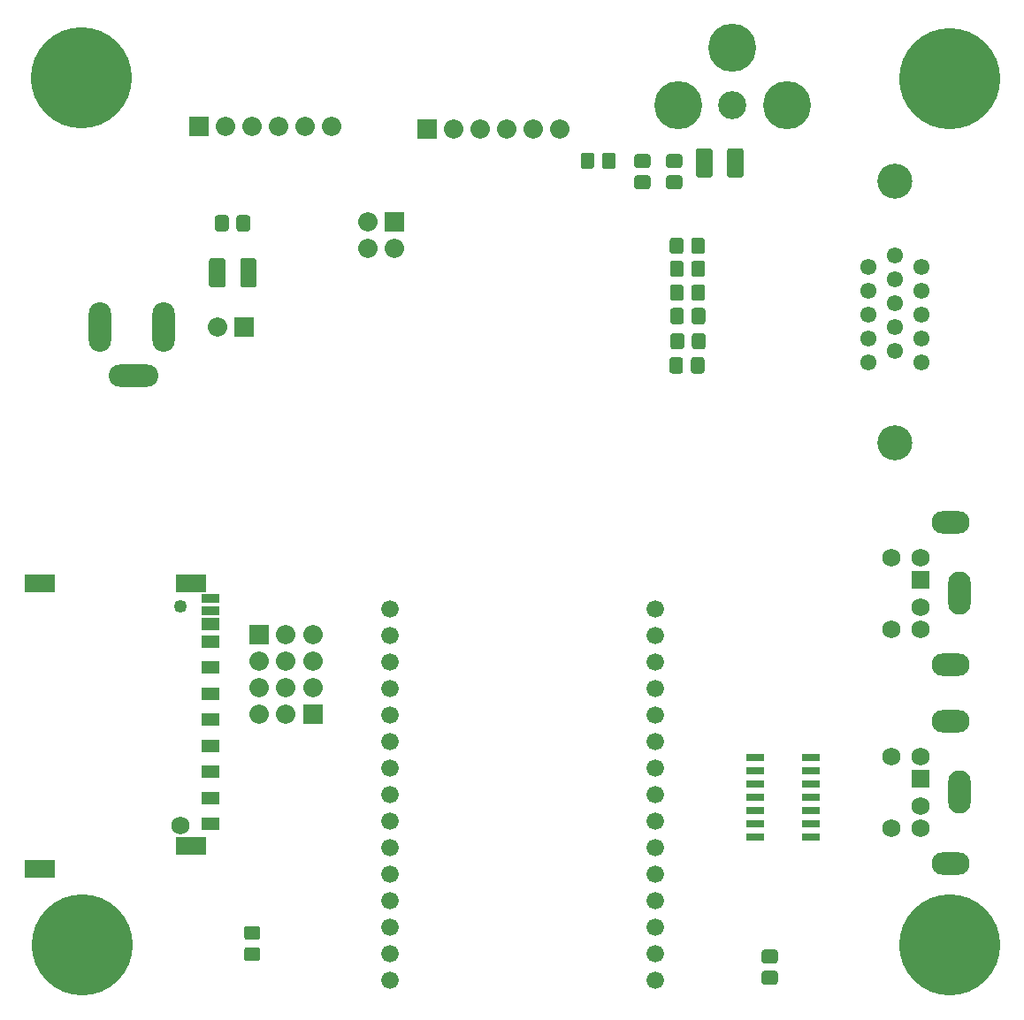
<source format=gbr>
G04 #@! TF.GenerationSoftware,KiCad,Pcbnew,(5.1.5)-3*
G04 #@! TF.CreationDate,2021-03-10T17:54:12-05:00*
G04 #@! TF.ProjectId,ESP32-VGA,45535033-322d-4564-9741-2e6b69636164,2*
G04 #@! TF.SameCoordinates,Original*
G04 #@! TF.FileFunction,Soldermask,Top*
G04 #@! TF.FilePolarity,Negative*
%FSLAX46Y46*%
G04 Gerber Fmt 4.6, Leading zero omitted, Abs format (unit mm)*
G04 Created by KiCad (PCBNEW (5.1.5)-3) date 2021-03-10 17:54:12*
%MOMM*%
%LPD*%
G04 APERTURE LIST*
%ADD10C,0.150000*%
%ADD11C,9.677400*%
%ADD12C,1.676400*%
%ADD13C,3.352400*%
%ADD14C,1.549400*%
%ADD15R,1.652400X0.752400*%
%ADD16O,3.652400X2.152400*%
%ADD17R,1.752400X1.752400*%
%ADD18C,1.752400*%
%ADD19O,2.152400X4.152400*%
%ADD20C,4.597400*%
%ADD21C,2.692400*%
%ADD22O,1.852400X1.852400*%
%ADD23R,1.852400X1.852400*%
%ADD24R,1.652400X0.852400*%
%ADD25R,1.652400X1.152400*%
%ADD26R,2.952400X1.652400*%
%ADD27C,1.252400*%
%ADD28O,2.152400X4.752400*%
%ADD29O,4.752400X2.152400*%
G04 APERTURE END LIST*
D10*
G36*
X66775022Y-23075763D02*
G01*
X66802506Y-23079840D01*
X66829458Y-23086591D01*
X66855619Y-23095952D01*
X66880737Y-23107832D01*
X66904569Y-23122116D01*
X66926886Y-23138668D01*
X66947473Y-23157327D01*
X66966132Y-23177914D01*
X66982684Y-23200231D01*
X66996968Y-23224063D01*
X67008848Y-23249181D01*
X67018209Y-23275342D01*
X67024960Y-23302294D01*
X67029037Y-23329778D01*
X67030400Y-23357530D01*
X67030400Y-24343670D01*
X67029037Y-24371422D01*
X67024960Y-24398906D01*
X67018209Y-24425858D01*
X67008848Y-24452019D01*
X66996968Y-24477137D01*
X66982684Y-24500969D01*
X66966132Y-24523286D01*
X66947473Y-24543873D01*
X66926886Y-24562532D01*
X66904569Y-24579084D01*
X66880737Y-24593368D01*
X66855619Y-24605248D01*
X66829458Y-24614609D01*
X66802506Y-24621360D01*
X66775022Y-24625437D01*
X66747270Y-24626800D01*
X66011130Y-24626800D01*
X65983378Y-24625437D01*
X65955894Y-24621360D01*
X65928942Y-24614609D01*
X65902781Y-24605248D01*
X65877663Y-24593368D01*
X65853831Y-24579084D01*
X65831514Y-24562532D01*
X65810927Y-24543873D01*
X65792268Y-24523286D01*
X65775716Y-24500969D01*
X65761432Y-24477137D01*
X65749552Y-24452019D01*
X65740191Y-24425858D01*
X65733440Y-24398906D01*
X65729363Y-24371422D01*
X65728000Y-24343670D01*
X65728000Y-23357530D01*
X65729363Y-23329778D01*
X65733440Y-23302294D01*
X65740191Y-23275342D01*
X65749552Y-23249181D01*
X65761432Y-23224063D01*
X65775716Y-23200231D01*
X65792268Y-23177914D01*
X65810927Y-23157327D01*
X65831514Y-23138668D01*
X65853831Y-23122116D01*
X65877663Y-23107832D01*
X65902781Y-23095952D01*
X65928942Y-23086591D01*
X65955894Y-23079840D01*
X65983378Y-23075763D01*
X66011130Y-23074400D01*
X66747270Y-23074400D01*
X66775022Y-23075763D01*
G37*
G36*
X64725022Y-23075763D02*
G01*
X64752506Y-23079840D01*
X64779458Y-23086591D01*
X64805619Y-23095952D01*
X64830737Y-23107832D01*
X64854569Y-23122116D01*
X64876886Y-23138668D01*
X64897473Y-23157327D01*
X64916132Y-23177914D01*
X64932684Y-23200231D01*
X64946968Y-23224063D01*
X64958848Y-23249181D01*
X64968209Y-23275342D01*
X64974960Y-23302294D01*
X64979037Y-23329778D01*
X64980400Y-23357530D01*
X64980400Y-24343670D01*
X64979037Y-24371422D01*
X64974960Y-24398906D01*
X64968209Y-24425858D01*
X64958848Y-24452019D01*
X64946968Y-24477137D01*
X64932684Y-24500969D01*
X64916132Y-24523286D01*
X64897473Y-24543873D01*
X64876886Y-24562532D01*
X64854569Y-24579084D01*
X64830737Y-24593368D01*
X64805619Y-24605248D01*
X64779458Y-24614609D01*
X64752506Y-24621360D01*
X64725022Y-24625437D01*
X64697270Y-24626800D01*
X63961130Y-24626800D01*
X63933378Y-24625437D01*
X63905894Y-24621360D01*
X63878942Y-24614609D01*
X63852781Y-24605248D01*
X63827663Y-24593368D01*
X63803831Y-24579084D01*
X63781514Y-24562532D01*
X63760927Y-24543873D01*
X63742268Y-24523286D01*
X63725716Y-24500969D01*
X63711432Y-24477137D01*
X63699552Y-24452019D01*
X63690191Y-24425858D01*
X63683440Y-24398906D01*
X63679363Y-24371422D01*
X63678000Y-24343670D01*
X63678000Y-23357530D01*
X63679363Y-23329778D01*
X63683440Y-23302294D01*
X63690191Y-23275342D01*
X63699552Y-23249181D01*
X63711432Y-23224063D01*
X63725716Y-23200231D01*
X63742268Y-23177914D01*
X63760927Y-23157327D01*
X63781514Y-23138668D01*
X63803831Y-23122116D01*
X63827663Y-23107832D01*
X63852781Y-23095952D01*
X63878942Y-23086591D01*
X63905894Y-23079840D01*
X63933378Y-23075763D01*
X63961130Y-23074400D01*
X64697270Y-23074400D01*
X64725022Y-23075763D01*
G37*
D11*
X15875000Y-15875000D03*
X99000000Y-99000000D03*
X16000000Y-99000000D03*
X99000000Y-16000000D03*
D12*
X70866000Y-102362000D03*
X70866000Y-99822000D03*
X70866000Y-97282000D03*
X70866000Y-94742000D03*
X70866000Y-92202000D03*
X70866000Y-89662000D03*
X70866000Y-87122000D03*
X70866000Y-84582000D03*
X70866000Y-82042000D03*
X70866000Y-79502000D03*
X70866000Y-76962000D03*
X70866000Y-74422000D03*
X70866000Y-71882000D03*
X70866000Y-69342000D03*
X70866000Y-66802000D03*
X45466000Y-66802000D03*
X45466000Y-69342000D03*
X45466000Y-71882000D03*
X45466000Y-74422000D03*
X45466000Y-76962000D03*
X45466000Y-79502000D03*
X45466000Y-82042000D03*
X45466000Y-84582000D03*
X45466000Y-87122000D03*
X45466000Y-89662000D03*
X45466000Y-92202000D03*
X45466000Y-94742000D03*
X45466000Y-97282000D03*
X45466000Y-99822000D03*
X45466000Y-102362000D03*
D13*
X93779340Y-25859740D03*
D14*
X91239340Y-38620700D03*
X91239340Y-36334700D03*
X91239340Y-34043620D03*
X91239340Y-40914320D03*
X91239340Y-43202860D03*
X93779340Y-39768780D03*
X93779340Y-37480240D03*
X93779340Y-35189160D03*
X93779340Y-32898080D03*
D13*
X93779340Y-50848260D03*
D14*
X93779340Y-42059860D03*
X96319340Y-34043620D03*
X96319340Y-36334700D03*
X96316800Y-38623240D03*
X96319340Y-40914320D03*
X96319340Y-43202860D03*
D10*
G36*
X75334822Y-33438963D02*
G01*
X75362306Y-33443040D01*
X75389258Y-33449791D01*
X75415419Y-33459152D01*
X75440537Y-33471032D01*
X75464369Y-33485316D01*
X75486686Y-33501868D01*
X75507273Y-33520527D01*
X75525932Y-33541114D01*
X75542484Y-33563431D01*
X75556768Y-33587263D01*
X75568648Y-33612381D01*
X75578009Y-33638542D01*
X75584760Y-33665494D01*
X75588837Y-33692978D01*
X75590200Y-33720730D01*
X75590200Y-34706870D01*
X75588837Y-34734622D01*
X75584760Y-34762106D01*
X75578009Y-34789058D01*
X75568648Y-34815219D01*
X75556768Y-34840337D01*
X75542484Y-34864169D01*
X75525932Y-34886486D01*
X75507273Y-34907073D01*
X75486686Y-34925732D01*
X75464369Y-34942284D01*
X75440537Y-34956568D01*
X75415419Y-34968448D01*
X75389258Y-34977809D01*
X75362306Y-34984560D01*
X75334822Y-34988637D01*
X75307070Y-34990000D01*
X74570930Y-34990000D01*
X74543178Y-34988637D01*
X74515694Y-34984560D01*
X74488742Y-34977809D01*
X74462581Y-34968448D01*
X74437463Y-34956568D01*
X74413631Y-34942284D01*
X74391314Y-34925732D01*
X74370727Y-34907073D01*
X74352068Y-34886486D01*
X74335516Y-34864169D01*
X74321232Y-34840337D01*
X74309352Y-34815219D01*
X74299991Y-34789058D01*
X74293240Y-34762106D01*
X74289163Y-34734622D01*
X74287800Y-34706870D01*
X74287800Y-33720730D01*
X74289163Y-33692978D01*
X74293240Y-33665494D01*
X74299991Y-33638542D01*
X74309352Y-33612381D01*
X74321232Y-33587263D01*
X74335516Y-33563431D01*
X74352068Y-33541114D01*
X74370727Y-33520527D01*
X74391314Y-33501868D01*
X74413631Y-33485316D01*
X74437463Y-33471032D01*
X74462581Y-33459152D01*
X74488742Y-33449791D01*
X74515694Y-33443040D01*
X74543178Y-33438963D01*
X74570930Y-33437600D01*
X75307070Y-33437600D01*
X75334822Y-33438963D01*
G37*
G36*
X73284822Y-33438963D02*
G01*
X73312306Y-33443040D01*
X73339258Y-33449791D01*
X73365419Y-33459152D01*
X73390537Y-33471032D01*
X73414369Y-33485316D01*
X73436686Y-33501868D01*
X73457273Y-33520527D01*
X73475932Y-33541114D01*
X73492484Y-33563431D01*
X73506768Y-33587263D01*
X73518648Y-33612381D01*
X73528009Y-33638542D01*
X73534760Y-33665494D01*
X73538837Y-33692978D01*
X73540200Y-33720730D01*
X73540200Y-34706870D01*
X73538837Y-34734622D01*
X73534760Y-34762106D01*
X73528009Y-34789058D01*
X73518648Y-34815219D01*
X73506768Y-34840337D01*
X73492484Y-34864169D01*
X73475932Y-34886486D01*
X73457273Y-34907073D01*
X73436686Y-34925732D01*
X73414369Y-34942284D01*
X73390537Y-34956568D01*
X73365419Y-34968448D01*
X73339258Y-34977809D01*
X73312306Y-34984560D01*
X73284822Y-34988637D01*
X73257070Y-34990000D01*
X72520930Y-34990000D01*
X72493178Y-34988637D01*
X72465694Y-34984560D01*
X72438742Y-34977809D01*
X72412581Y-34968448D01*
X72387463Y-34956568D01*
X72363631Y-34942284D01*
X72341314Y-34925732D01*
X72320727Y-34907073D01*
X72302068Y-34886486D01*
X72285516Y-34864169D01*
X72271232Y-34840337D01*
X72259352Y-34815219D01*
X72249991Y-34789058D01*
X72243240Y-34762106D01*
X72239163Y-34734622D01*
X72237800Y-34706870D01*
X72237800Y-33720730D01*
X72239163Y-33692978D01*
X72243240Y-33665494D01*
X72249991Y-33638542D01*
X72259352Y-33612381D01*
X72271232Y-33587263D01*
X72285516Y-33563431D01*
X72302068Y-33541114D01*
X72320727Y-33520527D01*
X72341314Y-33501868D01*
X72363631Y-33485316D01*
X72387463Y-33471032D01*
X72412581Y-33459152D01*
X72438742Y-33449791D01*
X72465694Y-33443040D01*
X72493178Y-33438963D01*
X72520930Y-33437600D01*
X73257070Y-33437600D01*
X73284822Y-33438963D01*
G37*
G36*
X73259422Y-31229163D02*
G01*
X73286906Y-31233240D01*
X73313858Y-31239991D01*
X73340019Y-31249352D01*
X73365137Y-31261232D01*
X73388969Y-31275516D01*
X73411286Y-31292068D01*
X73431873Y-31310727D01*
X73450532Y-31331314D01*
X73467084Y-31353631D01*
X73481368Y-31377463D01*
X73493248Y-31402581D01*
X73502609Y-31428742D01*
X73509360Y-31455694D01*
X73513437Y-31483178D01*
X73514800Y-31510930D01*
X73514800Y-32497070D01*
X73513437Y-32524822D01*
X73509360Y-32552306D01*
X73502609Y-32579258D01*
X73493248Y-32605419D01*
X73481368Y-32630537D01*
X73467084Y-32654369D01*
X73450532Y-32676686D01*
X73431873Y-32697273D01*
X73411286Y-32715932D01*
X73388969Y-32732484D01*
X73365137Y-32746768D01*
X73340019Y-32758648D01*
X73313858Y-32768009D01*
X73286906Y-32774760D01*
X73259422Y-32778837D01*
X73231670Y-32780200D01*
X72495530Y-32780200D01*
X72467778Y-32778837D01*
X72440294Y-32774760D01*
X72413342Y-32768009D01*
X72387181Y-32758648D01*
X72362063Y-32746768D01*
X72338231Y-32732484D01*
X72315914Y-32715932D01*
X72295327Y-32697273D01*
X72276668Y-32676686D01*
X72260116Y-32654369D01*
X72245832Y-32630537D01*
X72233952Y-32605419D01*
X72224591Y-32579258D01*
X72217840Y-32552306D01*
X72213763Y-32524822D01*
X72212400Y-32497070D01*
X72212400Y-31510930D01*
X72213763Y-31483178D01*
X72217840Y-31455694D01*
X72224591Y-31428742D01*
X72233952Y-31402581D01*
X72245832Y-31377463D01*
X72260116Y-31353631D01*
X72276668Y-31331314D01*
X72295327Y-31310727D01*
X72315914Y-31292068D01*
X72338231Y-31275516D01*
X72362063Y-31261232D01*
X72387181Y-31249352D01*
X72413342Y-31239991D01*
X72440294Y-31233240D01*
X72467778Y-31229163D01*
X72495530Y-31227800D01*
X73231670Y-31227800D01*
X73259422Y-31229163D01*
G37*
G36*
X75309422Y-31229163D02*
G01*
X75336906Y-31233240D01*
X75363858Y-31239991D01*
X75390019Y-31249352D01*
X75415137Y-31261232D01*
X75438969Y-31275516D01*
X75461286Y-31292068D01*
X75481873Y-31310727D01*
X75500532Y-31331314D01*
X75517084Y-31353631D01*
X75531368Y-31377463D01*
X75543248Y-31402581D01*
X75552609Y-31428742D01*
X75559360Y-31455694D01*
X75563437Y-31483178D01*
X75564800Y-31510930D01*
X75564800Y-32497070D01*
X75563437Y-32524822D01*
X75559360Y-32552306D01*
X75552609Y-32579258D01*
X75543248Y-32605419D01*
X75531368Y-32630537D01*
X75517084Y-32654369D01*
X75500532Y-32676686D01*
X75481873Y-32697273D01*
X75461286Y-32715932D01*
X75438969Y-32732484D01*
X75415137Y-32746768D01*
X75390019Y-32758648D01*
X75363858Y-32768009D01*
X75336906Y-32774760D01*
X75309422Y-32778837D01*
X75281670Y-32780200D01*
X74545530Y-32780200D01*
X74517778Y-32778837D01*
X74490294Y-32774760D01*
X74463342Y-32768009D01*
X74437181Y-32758648D01*
X74412063Y-32746768D01*
X74388231Y-32732484D01*
X74365914Y-32715932D01*
X74345327Y-32697273D01*
X74326668Y-32676686D01*
X74310116Y-32654369D01*
X74295832Y-32630537D01*
X74283952Y-32605419D01*
X74274591Y-32579258D01*
X74267840Y-32552306D01*
X74263763Y-32524822D01*
X74262400Y-32497070D01*
X74262400Y-31510930D01*
X74263763Y-31483178D01*
X74267840Y-31455694D01*
X74274591Y-31428742D01*
X74283952Y-31402581D01*
X74295832Y-31377463D01*
X74310116Y-31353631D01*
X74326668Y-31331314D01*
X74345327Y-31310727D01*
X74365914Y-31292068D01*
X74388231Y-31275516D01*
X74412063Y-31261232D01*
X74437181Y-31249352D01*
X74463342Y-31239991D01*
X74490294Y-31233240D01*
X74517778Y-31229163D01*
X74545530Y-31227800D01*
X75281670Y-31227800D01*
X75309422Y-31229163D01*
G37*
G36*
X75360222Y-37960163D02*
G01*
X75387706Y-37964240D01*
X75414658Y-37970991D01*
X75440819Y-37980352D01*
X75465937Y-37992232D01*
X75489769Y-38006516D01*
X75512086Y-38023068D01*
X75532673Y-38041727D01*
X75551332Y-38062314D01*
X75567884Y-38084631D01*
X75582168Y-38108463D01*
X75594048Y-38133581D01*
X75603409Y-38159742D01*
X75610160Y-38186694D01*
X75614237Y-38214178D01*
X75615600Y-38241930D01*
X75615600Y-39228070D01*
X75614237Y-39255822D01*
X75610160Y-39283306D01*
X75603409Y-39310258D01*
X75594048Y-39336419D01*
X75582168Y-39361537D01*
X75567884Y-39385369D01*
X75551332Y-39407686D01*
X75532673Y-39428273D01*
X75512086Y-39446932D01*
X75489769Y-39463484D01*
X75465937Y-39477768D01*
X75440819Y-39489648D01*
X75414658Y-39499009D01*
X75387706Y-39505760D01*
X75360222Y-39509837D01*
X75332470Y-39511200D01*
X74596330Y-39511200D01*
X74568578Y-39509837D01*
X74541094Y-39505760D01*
X74514142Y-39499009D01*
X74487981Y-39489648D01*
X74462863Y-39477768D01*
X74439031Y-39463484D01*
X74416714Y-39446932D01*
X74396127Y-39428273D01*
X74377468Y-39407686D01*
X74360916Y-39385369D01*
X74346632Y-39361537D01*
X74334752Y-39336419D01*
X74325391Y-39310258D01*
X74318640Y-39283306D01*
X74314563Y-39255822D01*
X74313200Y-39228070D01*
X74313200Y-38241930D01*
X74314563Y-38214178D01*
X74318640Y-38186694D01*
X74325391Y-38159742D01*
X74334752Y-38133581D01*
X74346632Y-38108463D01*
X74360916Y-38084631D01*
X74377468Y-38062314D01*
X74396127Y-38041727D01*
X74416714Y-38023068D01*
X74439031Y-38006516D01*
X74462863Y-37992232D01*
X74487981Y-37980352D01*
X74514142Y-37970991D01*
X74541094Y-37964240D01*
X74568578Y-37960163D01*
X74596330Y-37958800D01*
X75332470Y-37958800D01*
X75360222Y-37960163D01*
G37*
G36*
X73310222Y-37960163D02*
G01*
X73337706Y-37964240D01*
X73364658Y-37970991D01*
X73390819Y-37980352D01*
X73415937Y-37992232D01*
X73439769Y-38006516D01*
X73462086Y-38023068D01*
X73482673Y-38041727D01*
X73501332Y-38062314D01*
X73517884Y-38084631D01*
X73532168Y-38108463D01*
X73544048Y-38133581D01*
X73553409Y-38159742D01*
X73560160Y-38186694D01*
X73564237Y-38214178D01*
X73565600Y-38241930D01*
X73565600Y-39228070D01*
X73564237Y-39255822D01*
X73560160Y-39283306D01*
X73553409Y-39310258D01*
X73544048Y-39336419D01*
X73532168Y-39361537D01*
X73517884Y-39385369D01*
X73501332Y-39407686D01*
X73482673Y-39428273D01*
X73462086Y-39446932D01*
X73439769Y-39463484D01*
X73415937Y-39477768D01*
X73390819Y-39489648D01*
X73364658Y-39499009D01*
X73337706Y-39505760D01*
X73310222Y-39509837D01*
X73282470Y-39511200D01*
X72546330Y-39511200D01*
X72518578Y-39509837D01*
X72491094Y-39505760D01*
X72464142Y-39499009D01*
X72437981Y-39489648D01*
X72412863Y-39477768D01*
X72389031Y-39463484D01*
X72366714Y-39446932D01*
X72346127Y-39428273D01*
X72327468Y-39407686D01*
X72310916Y-39385369D01*
X72296632Y-39361537D01*
X72284752Y-39336419D01*
X72275391Y-39310258D01*
X72268640Y-39283306D01*
X72264563Y-39255822D01*
X72263200Y-39228070D01*
X72263200Y-38241930D01*
X72264563Y-38214178D01*
X72268640Y-38186694D01*
X72275391Y-38159742D01*
X72284752Y-38133581D01*
X72296632Y-38108463D01*
X72310916Y-38084631D01*
X72327468Y-38062314D01*
X72346127Y-38041727D01*
X72366714Y-38023068D01*
X72389031Y-38006516D01*
X72412863Y-37992232D01*
X72437981Y-37980352D01*
X72464142Y-37970991D01*
X72491094Y-37964240D01*
X72518578Y-37960163D01*
X72546330Y-37958800D01*
X73282470Y-37958800D01*
X73310222Y-37960163D01*
G37*
G36*
X73284822Y-35724963D02*
G01*
X73312306Y-35729040D01*
X73339258Y-35735791D01*
X73365419Y-35745152D01*
X73390537Y-35757032D01*
X73414369Y-35771316D01*
X73436686Y-35787868D01*
X73457273Y-35806527D01*
X73475932Y-35827114D01*
X73492484Y-35849431D01*
X73506768Y-35873263D01*
X73518648Y-35898381D01*
X73528009Y-35924542D01*
X73534760Y-35951494D01*
X73538837Y-35978978D01*
X73540200Y-36006730D01*
X73540200Y-36992870D01*
X73538837Y-37020622D01*
X73534760Y-37048106D01*
X73528009Y-37075058D01*
X73518648Y-37101219D01*
X73506768Y-37126337D01*
X73492484Y-37150169D01*
X73475932Y-37172486D01*
X73457273Y-37193073D01*
X73436686Y-37211732D01*
X73414369Y-37228284D01*
X73390537Y-37242568D01*
X73365419Y-37254448D01*
X73339258Y-37263809D01*
X73312306Y-37270560D01*
X73284822Y-37274637D01*
X73257070Y-37276000D01*
X72520930Y-37276000D01*
X72493178Y-37274637D01*
X72465694Y-37270560D01*
X72438742Y-37263809D01*
X72412581Y-37254448D01*
X72387463Y-37242568D01*
X72363631Y-37228284D01*
X72341314Y-37211732D01*
X72320727Y-37193073D01*
X72302068Y-37172486D01*
X72285516Y-37150169D01*
X72271232Y-37126337D01*
X72259352Y-37101219D01*
X72249991Y-37075058D01*
X72243240Y-37048106D01*
X72239163Y-37020622D01*
X72237800Y-36992870D01*
X72237800Y-36006730D01*
X72239163Y-35978978D01*
X72243240Y-35951494D01*
X72249991Y-35924542D01*
X72259352Y-35898381D01*
X72271232Y-35873263D01*
X72285516Y-35849431D01*
X72302068Y-35827114D01*
X72320727Y-35806527D01*
X72341314Y-35787868D01*
X72363631Y-35771316D01*
X72387463Y-35757032D01*
X72412581Y-35745152D01*
X72438742Y-35735791D01*
X72465694Y-35729040D01*
X72493178Y-35724963D01*
X72520930Y-35723600D01*
X73257070Y-35723600D01*
X73284822Y-35724963D01*
G37*
G36*
X75334822Y-35724963D02*
G01*
X75362306Y-35729040D01*
X75389258Y-35735791D01*
X75415419Y-35745152D01*
X75440537Y-35757032D01*
X75464369Y-35771316D01*
X75486686Y-35787868D01*
X75507273Y-35806527D01*
X75525932Y-35827114D01*
X75542484Y-35849431D01*
X75556768Y-35873263D01*
X75568648Y-35898381D01*
X75578009Y-35924542D01*
X75584760Y-35951494D01*
X75588837Y-35978978D01*
X75590200Y-36006730D01*
X75590200Y-36992870D01*
X75588837Y-37020622D01*
X75584760Y-37048106D01*
X75578009Y-37075058D01*
X75568648Y-37101219D01*
X75556768Y-37126337D01*
X75542484Y-37150169D01*
X75525932Y-37172486D01*
X75507273Y-37193073D01*
X75486686Y-37211732D01*
X75464369Y-37228284D01*
X75440537Y-37242568D01*
X75415419Y-37254448D01*
X75389258Y-37263809D01*
X75362306Y-37270560D01*
X75334822Y-37274637D01*
X75307070Y-37276000D01*
X74570930Y-37276000D01*
X74543178Y-37274637D01*
X74515694Y-37270560D01*
X74488742Y-37263809D01*
X74462581Y-37254448D01*
X74437463Y-37242568D01*
X74413631Y-37228284D01*
X74391314Y-37211732D01*
X74370727Y-37193073D01*
X74352068Y-37172486D01*
X74335516Y-37150169D01*
X74321232Y-37126337D01*
X74309352Y-37101219D01*
X74299991Y-37075058D01*
X74293240Y-37048106D01*
X74289163Y-37020622D01*
X74287800Y-36992870D01*
X74287800Y-36006730D01*
X74289163Y-35978978D01*
X74293240Y-35951494D01*
X74299991Y-35924542D01*
X74309352Y-35898381D01*
X74321232Y-35873263D01*
X74335516Y-35849431D01*
X74352068Y-35827114D01*
X74370727Y-35806527D01*
X74391314Y-35787868D01*
X74413631Y-35771316D01*
X74437463Y-35757032D01*
X74462581Y-35745152D01*
X74488742Y-35735791D01*
X74515694Y-35729040D01*
X74543178Y-35724963D01*
X74570930Y-35723600D01*
X75307070Y-35723600D01*
X75334822Y-35724963D01*
G37*
G36*
X73234022Y-42684563D02*
G01*
X73261506Y-42688640D01*
X73288458Y-42695391D01*
X73314619Y-42704752D01*
X73339737Y-42716632D01*
X73363569Y-42730916D01*
X73385886Y-42747468D01*
X73406473Y-42766127D01*
X73425132Y-42786714D01*
X73441684Y-42809031D01*
X73455968Y-42832863D01*
X73467848Y-42857981D01*
X73477209Y-42884142D01*
X73483960Y-42911094D01*
X73488037Y-42938578D01*
X73489400Y-42966330D01*
X73489400Y-43952470D01*
X73488037Y-43980222D01*
X73483960Y-44007706D01*
X73477209Y-44034658D01*
X73467848Y-44060819D01*
X73455968Y-44085937D01*
X73441684Y-44109769D01*
X73425132Y-44132086D01*
X73406473Y-44152673D01*
X73385886Y-44171332D01*
X73363569Y-44187884D01*
X73339737Y-44202168D01*
X73314619Y-44214048D01*
X73288458Y-44223409D01*
X73261506Y-44230160D01*
X73234022Y-44234237D01*
X73206270Y-44235600D01*
X72470130Y-44235600D01*
X72442378Y-44234237D01*
X72414894Y-44230160D01*
X72387942Y-44223409D01*
X72361781Y-44214048D01*
X72336663Y-44202168D01*
X72312831Y-44187884D01*
X72290514Y-44171332D01*
X72269927Y-44152673D01*
X72251268Y-44132086D01*
X72234716Y-44109769D01*
X72220432Y-44085937D01*
X72208552Y-44060819D01*
X72199191Y-44034658D01*
X72192440Y-44007706D01*
X72188363Y-43980222D01*
X72187000Y-43952470D01*
X72187000Y-42966330D01*
X72188363Y-42938578D01*
X72192440Y-42911094D01*
X72199191Y-42884142D01*
X72208552Y-42857981D01*
X72220432Y-42832863D01*
X72234716Y-42809031D01*
X72251268Y-42786714D01*
X72269927Y-42766127D01*
X72290514Y-42747468D01*
X72312831Y-42730916D01*
X72336663Y-42716632D01*
X72361781Y-42704752D01*
X72387942Y-42695391D01*
X72414894Y-42688640D01*
X72442378Y-42684563D01*
X72470130Y-42683200D01*
X73206270Y-42683200D01*
X73234022Y-42684563D01*
G37*
G36*
X75284022Y-42684563D02*
G01*
X75311506Y-42688640D01*
X75338458Y-42695391D01*
X75364619Y-42704752D01*
X75389737Y-42716632D01*
X75413569Y-42730916D01*
X75435886Y-42747468D01*
X75456473Y-42766127D01*
X75475132Y-42786714D01*
X75491684Y-42809031D01*
X75505968Y-42832863D01*
X75517848Y-42857981D01*
X75527209Y-42884142D01*
X75533960Y-42911094D01*
X75538037Y-42938578D01*
X75539400Y-42966330D01*
X75539400Y-43952470D01*
X75538037Y-43980222D01*
X75533960Y-44007706D01*
X75527209Y-44034658D01*
X75517848Y-44060819D01*
X75505968Y-44085937D01*
X75491684Y-44109769D01*
X75475132Y-44132086D01*
X75456473Y-44152673D01*
X75435886Y-44171332D01*
X75413569Y-44187884D01*
X75389737Y-44202168D01*
X75364619Y-44214048D01*
X75338458Y-44223409D01*
X75311506Y-44230160D01*
X75284022Y-44234237D01*
X75256270Y-44235600D01*
X74520130Y-44235600D01*
X74492378Y-44234237D01*
X74464894Y-44230160D01*
X74437942Y-44223409D01*
X74411781Y-44214048D01*
X74386663Y-44202168D01*
X74362831Y-44187884D01*
X74340514Y-44171332D01*
X74319927Y-44152673D01*
X74301268Y-44132086D01*
X74284716Y-44109769D01*
X74270432Y-44085937D01*
X74258552Y-44060819D01*
X74249191Y-44034658D01*
X74242440Y-44007706D01*
X74238363Y-43980222D01*
X74237000Y-43952470D01*
X74237000Y-42966330D01*
X74238363Y-42938578D01*
X74242440Y-42911094D01*
X74249191Y-42884142D01*
X74258552Y-42857981D01*
X74270432Y-42832863D01*
X74284716Y-42809031D01*
X74301268Y-42786714D01*
X74319927Y-42766127D01*
X74340514Y-42747468D01*
X74362831Y-42730916D01*
X74386663Y-42716632D01*
X74411781Y-42704752D01*
X74437942Y-42695391D01*
X74464894Y-42688640D01*
X74492378Y-42684563D01*
X74520130Y-42683200D01*
X75256270Y-42683200D01*
X75284022Y-42684563D01*
G37*
G36*
X75385622Y-40373163D02*
G01*
X75413106Y-40377240D01*
X75440058Y-40383991D01*
X75466219Y-40393352D01*
X75491337Y-40405232D01*
X75515169Y-40419516D01*
X75537486Y-40436068D01*
X75558073Y-40454727D01*
X75576732Y-40475314D01*
X75593284Y-40497631D01*
X75607568Y-40521463D01*
X75619448Y-40546581D01*
X75628809Y-40572742D01*
X75635560Y-40599694D01*
X75639637Y-40627178D01*
X75641000Y-40654930D01*
X75641000Y-41641070D01*
X75639637Y-41668822D01*
X75635560Y-41696306D01*
X75628809Y-41723258D01*
X75619448Y-41749419D01*
X75607568Y-41774537D01*
X75593284Y-41798369D01*
X75576732Y-41820686D01*
X75558073Y-41841273D01*
X75537486Y-41859932D01*
X75515169Y-41876484D01*
X75491337Y-41890768D01*
X75466219Y-41902648D01*
X75440058Y-41912009D01*
X75413106Y-41918760D01*
X75385622Y-41922837D01*
X75357870Y-41924200D01*
X74621730Y-41924200D01*
X74593978Y-41922837D01*
X74566494Y-41918760D01*
X74539542Y-41912009D01*
X74513381Y-41902648D01*
X74488263Y-41890768D01*
X74464431Y-41876484D01*
X74442114Y-41859932D01*
X74421527Y-41841273D01*
X74402868Y-41820686D01*
X74386316Y-41798369D01*
X74372032Y-41774537D01*
X74360152Y-41749419D01*
X74350791Y-41723258D01*
X74344040Y-41696306D01*
X74339963Y-41668822D01*
X74338600Y-41641070D01*
X74338600Y-40654930D01*
X74339963Y-40627178D01*
X74344040Y-40599694D01*
X74350791Y-40572742D01*
X74360152Y-40546581D01*
X74372032Y-40521463D01*
X74386316Y-40497631D01*
X74402868Y-40475314D01*
X74421527Y-40454727D01*
X74442114Y-40436068D01*
X74464431Y-40419516D01*
X74488263Y-40405232D01*
X74513381Y-40393352D01*
X74539542Y-40383991D01*
X74566494Y-40377240D01*
X74593978Y-40373163D01*
X74621730Y-40371800D01*
X75357870Y-40371800D01*
X75385622Y-40373163D01*
G37*
G36*
X73335622Y-40373163D02*
G01*
X73363106Y-40377240D01*
X73390058Y-40383991D01*
X73416219Y-40393352D01*
X73441337Y-40405232D01*
X73465169Y-40419516D01*
X73487486Y-40436068D01*
X73508073Y-40454727D01*
X73526732Y-40475314D01*
X73543284Y-40497631D01*
X73557568Y-40521463D01*
X73569448Y-40546581D01*
X73578809Y-40572742D01*
X73585560Y-40599694D01*
X73589637Y-40627178D01*
X73591000Y-40654930D01*
X73591000Y-41641070D01*
X73589637Y-41668822D01*
X73585560Y-41696306D01*
X73578809Y-41723258D01*
X73569448Y-41749419D01*
X73557568Y-41774537D01*
X73543284Y-41798369D01*
X73526732Y-41820686D01*
X73508073Y-41841273D01*
X73487486Y-41859932D01*
X73465169Y-41876484D01*
X73441337Y-41890768D01*
X73416219Y-41902648D01*
X73390058Y-41912009D01*
X73363106Y-41918760D01*
X73335622Y-41922837D01*
X73307870Y-41924200D01*
X72571730Y-41924200D01*
X72543978Y-41922837D01*
X72516494Y-41918760D01*
X72489542Y-41912009D01*
X72463381Y-41902648D01*
X72438263Y-41890768D01*
X72414431Y-41876484D01*
X72392114Y-41859932D01*
X72371527Y-41841273D01*
X72352868Y-41820686D01*
X72336316Y-41798369D01*
X72322032Y-41774537D01*
X72310152Y-41749419D01*
X72300791Y-41723258D01*
X72294040Y-41696306D01*
X72289963Y-41668822D01*
X72288600Y-41641070D01*
X72288600Y-40654930D01*
X72289963Y-40627178D01*
X72294040Y-40599694D01*
X72300791Y-40572742D01*
X72310152Y-40546581D01*
X72322032Y-40521463D01*
X72336316Y-40497631D01*
X72352868Y-40475314D01*
X72371527Y-40454727D01*
X72392114Y-40436068D01*
X72414431Y-40419516D01*
X72438263Y-40405232D01*
X72463381Y-40393352D01*
X72489542Y-40383991D01*
X72516494Y-40377240D01*
X72543978Y-40373163D01*
X72571730Y-40371800D01*
X73307870Y-40371800D01*
X73335622Y-40373163D01*
G37*
G36*
X70116822Y-23217163D02*
G01*
X70144306Y-23221240D01*
X70171258Y-23227991D01*
X70197419Y-23237352D01*
X70222537Y-23249232D01*
X70246369Y-23263516D01*
X70268686Y-23280068D01*
X70289273Y-23298727D01*
X70307932Y-23319314D01*
X70324484Y-23341631D01*
X70338768Y-23365463D01*
X70350648Y-23390581D01*
X70360009Y-23416742D01*
X70366760Y-23443694D01*
X70370837Y-23471178D01*
X70372200Y-23498930D01*
X70372200Y-24235070D01*
X70370837Y-24262822D01*
X70366760Y-24290306D01*
X70360009Y-24317258D01*
X70350648Y-24343419D01*
X70338768Y-24368537D01*
X70324484Y-24392369D01*
X70307932Y-24414686D01*
X70289273Y-24435273D01*
X70268686Y-24453932D01*
X70246369Y-24470484D01*
X70222537Y-24484768D01*
X70197419Y-24496648D01*
X70171258Y-24506009D01*
X70144306Y-24512760D01*
X70116822Y-24516837D01*
X70089070Y-24518200D01*
X69102930Y-24518200D01*
X69075178Y-24516837D01*
X69047694Y-24512760D01*
X69020742Y-24506009D01*
X68994581Y-24496648D01*
X68969463Y-24484768D01*
X68945631Y-24470484D01*
X68923314Y-24453932D01*
X68902727Y-24435273D01*
X68884068Y-24414686D01*
X68867516Y-24392369D01*
X68853232Y-24368537D01*
X68841352Y-24343419D01*
X68831991Y-24317258D01*
X68825240Y-24290306D01*
X68821163Y-24262822D01*
X68819800Y-24235070D01*
X68819800Y-23498930D01*
X68821163Y-23471178D01*
X68825240Y-23443694D01*
X68831991Y-23416742D01*
X68841352Y-23390581D01*
X68853232Y-23365463D01*
X68867516Y-23341631D01*
X68884068Y-23319314D01*
X68902727Y-23298727D01*
X68923314Y-23280068D01*
X68945631Y-23263516D01*
X68969463Y-23249232D01*
X68994581Y-23237352D01*
X69020742Y-23227991D01*
X69047694Y-23221240D01*
X69075178Y-23217163D01*
X69102930Y-23215800D01*
X70089070Y-23215800D01*
X70116822Y-23217163D01*
G37*
G36*
X70116822Y-25267163D02*
G01*
X70144306Y-25271240D01*
X70171258Y-25277991D01*
X70197419Y-25287352D01*
X70222537Y-25299232D01*
X70246369Y-25313516D01*
X70268686Y-25330068D01*
X70289273Y-25348727D01*
X70307932Y-25369314D01*
X70324484Y-25391631D01*
X70338768Y-25415463D01*
X70350648Y-25440581D01*
X70360009Y-25466742D01*
X70366760Y-25493694D01*
X70370837Y-25521178D01*
X70372200Y-25548930D01*
X70372200Y-26285070D01*
X70370837Y-26312822D01*
X70366760Y-26340306D01*
X70360009Y-26367258D01*
X70350648Y-26393419D01*
X70338768Y-26418537D01*
X70324484Y-26442369D01*
X70307932Y-26464686D01*
X70289273Y-26485273D01*
X70268686Y-26503932D01*
X70246369Y-26520484D01*
X70222537Y-26534768D01*
X70197419Y-26546648D01*
X70171258Y-26556009D01*
X70144306Y-26562760D01*
X70116822Y-26566837D01*
X70089070Y-26568200D01*
X69102930Y-26568200D01*
X69075178Y-26566837D01*
X69047694Y-26562760D01*
X69020742Y-26556009D01*
X68994581Y-26546648D01*
X68969463Y-26534768D01*
X68945631Y-26520484D01*
X68923314Y-26503932D01*
X68902727Y-26485273D01*
X68884068Y-26464686D01*
X68867516Y-26442369D01*
X68853232Y-26418537D01*
X68841352Y-26393419D01*
X68831991Y-26367258D01*
X68825240Y-26340306D01*
X68821163Y-26312822D01*
X68819800Y-26285070D01*
X68819800Y-25548930D01*
X68821163Y-25521178D01*
X68825240Y-25493694D01*
X68831991Y-25466742D01*
X68841352Y-25440581D01*
X68853232Y-25415463D01*
X68867516Y-25391631D01*
X68884068Y-25369314D01*
X68902727Y-25348727D01*
X68923314Y-25330068D01*
X68945631Y-25313516D01*
X68969463Y-25299232D01*
X68994581Y-25287352D01*
X69020742Y-25277991D01*
X69047694Y-25271240D01*
X69075178Y-25267163D01*
X69102930Y-25265800D01*
X70089070Y-25265800D01*
X70116822Y-25267163D01*
G37*
D15*
X80358000Y-81026000D03*
X80358000Y-82296000D03*
X80358000Y-83566000D03*
X80358000Y-84836000D03*
X80358000Y-86106000D03*
X80358000Y-87376000D03*
X80358000Y-88646000D03*
X85758000Y-88646000D03*
X85758000Y-87376000D03*
X85758000Y-86106000D03*
X85758000Y-84836000D03*
X85758000Y-83566000D03*
X85758000Y-82296000D03*
X85758000Y-81026000D03*
D16*
X99116000Y-72158000D03*
X99116000Y-58458000D03*
D17*
X96266000Y-64008000D03*
D18*
X96266000Y-66608000D03*
X96266000Y-61908000D03*
X96266000Y-68708000D03*
X93466000Y-61908000D03*
X93466000Y-68708000D03*
D19*
X99916000Y-65308000D03*
X99916000Y-84358000D03*
D18*
X93466000Y-87758000D03*
X93466000Y-80958000D03*
X96266000Y-87758000D03*
X96266000Y-80958000D03*
X96266000Y-85658000D03*
D17*
X96266000Y-83058000D03*
D16*
X99116000Y-77508000D03*
X99116000Y-91208000D03*
D20*
X78232000Y-13030200D03*
X72986900Y-18542000D03*
X83477100Y-18542000D03*
D21*
X78232000Y-18542000D03*
D22*
X61722000Y-20828000D03*
X59182000Y-20828000D03*
X56642000Y-20828000D03*
X54102000Y-20828000D03*
X51562000Y-20828000D03*
D23*
X49022000Y-20828000D03*
X27178000Y-20574000D03*
D22*
X29718000Y-20574000D03*
X32258000Y-20574000D03*
X34798000Y-20574000D03*
X37338000Y-20574000D03*
X39878000Y-20574000D03*
D10*
G36*
X73164822Y-23217163D02*
G01*
X73192306Y-23221240D01*
X73219258Y-23227991D01*
X73245419Y-23237352D01*
X73270537Y-23249232D01*
X73294369Y-23263516D01*
X73316686Y-23280068D01*
X73337273Y-23298727D01*
X73355932Y-23319314D01*
X73372484Y-23341631D01*
X73386768Y-23365463D01*
X73398648Y-23390581D01*
X73408009Y-23416742D01*
X73414760Y-23443694D01*
X73418837Y-23471178D01*
X73420200Y-23498930D01*
X73420200Y-24235070D01*
X73418837Y-24262822D01*
X73414760Y-24290306D01*
X73408009Y-24317258D01*
X73398648Y-24343419D01*
X73386768Y-24368537D01*
X73372484Y-24392369D01*
X73355932Y-24414686D01*
X73337273Y-24435273D01*
X73316686Y-24453932D01*
X73294369Y-24470484D01*
X73270537Y-24484768D01*
X73245419Y-24496648D01*
X73219258Y-24506009D01*
X73192306Y-24512760D01*
X73164822Y-24516837D01*
X73137070Y-24518200D01*
X72150930Y-24518200D01*
X72123178Y-24516837D01*
X72095694Y-24512760D01*
X72068742Y-24506009D01*
X72042581Y-24496648D01*
X72017463Y-24484768D01*
X71993631Y-24470484D01*
X71971314Y-24453932D01*
X71950727Y-24435273D01*
X71932068Y-24414686D01*
X71915516Y-24392369D01*
X71901232Y-24368537D01*
X71889352Y-24343419D01*
X71879991Y-24317258D01*
X71873240Y-24290306D01*
X71869163Y-24262822D01*
X71867800Y-24235070D01*
X71867800Y-23498930D01*
X71869163Y-23471178D01*
X71873240Y-23443694D01*
X71879991Y-23416742D01*
X71889352Y-23390581D01*
X71901232Y-23365463D01*
X71915516Y-23341631D01*
X71932068Y-23319314D01*
X71950727Y-23298727D01*
X71971314Y-23280068D01*
X71993631Y-23263516D01*
X72017463Y-23249232D01*
X72042581Y-23237352D01*
X72068742Y-23227991D01*
X72095694Y-23221240D01*
X72123178Y-23217163D01*
X72150930Y-23215800D01*
X73137070Y-23215800D01*
X73164822Y-23217163D01*
G37*
G36*
X73164822Y-25267163D02*
G01*
X73192306Y-25271240D01*
X73219258Y-25277991D01*
X73245419Y-25287352D01*
X73270537Y-25299232D01*
X73294369Y-25313516D01*
X73316686Y-25330068D01*
X73337273Y-25348727D01*
X73355932Y-25369314D01*
X73372484Y-25391631D01*
X73386768Y-25415463D01*
X73398648Y-25440581D01*
X73408009Y-25466742D01*
X73414760Y-25493694D01*
X73418837Y-25521178D01*
X73420200Y-25548930D01*
X73420200Y-26285070D01*
X73418837Y-26312822D01*
X73414760Y-26340306D01*
X73408009Y-26367258D01*
X73398648Y-26393419D01*
X73386768Y-26418537D01*
X73372484Y-26442369D01*
X73355932Y-26464686D01*
X73337273Y-26485273D01*
X73316686Y-26503932D01*
X73294369Y-26520484D01*
X73270537Y-26534768D01*
X73245419Y-26546648D01*
X73219258Y-26556009D01*
X73192306Y-26562760D01*
X73164822Y-26566837D01*
X73137070Y-26568200D01*
X72150930Y-26568200D01*
X72123178Y-26566837D01*
X72095694Y-26562760D01*
X72068742Y-26556009D01*
X72042581Y-26546648D01*
X72017463Y-26534768D01*
X71993631Y-26520484D01*
X71971314Y-26503932D01*
X71950727Y-26485273D01*
X71932068Y-26464686D01*
X71915516Y-26442369D01*
X71901232Y-26418537D01*
X71889352Y-26393419D01*
X71879991Y-26367258D01*
X71873240Y-26340306D01*
X71869163Y-26312822D01*
X71867800Y-26285070D01*
X71867800Y-25548930D01*
X71869163Y-25521178D01*
X71873240Y-25493694D01*
X71879991Y-25466742D01*
X71889352Y-25440581D01*
X71901232Y-25415463D01*
X71915516Y-25391631D01*
X71932068Y-25369314D01*
X71950727Y-25348727D01*
X71971314Y-25330068D01*
X71993631Y-25313516D01*
X72017463Y-25299232D01*
X72042581Y-25287352D01*
X72068742Y-25277991D01*
X72095694Y-25271240D01*
X72123178Y-25267163D01*
X72150930Y-25265800D01*
X73137070Y-25265800D01*
X73164822Y-25267163D01*
G37*
G36*
X32753422Y-97156563D02*
G01*
X32780906Y-97160640D01*
X32807858Y-97167391D01*
X32834019Y-97176752D01*
X32859137Y-97188632D01*
X32882969Y-97202916D01*
X32905286Y-97219468D01*
X32925873Y-97238127D01*
X32944532Y-97258714D01*
X32961084Y-97281031D01*
X32975368Y-97304863D01*
X32987248Y-97329981D01*
X32996609Y-97356142D01*
X33003360Y-97383094D01*
X33007437Y-97410578D01*
X33008800Y-97438330D01*
X33008800Y-98174470D01*
X33007437Y-98202222D01*
X33003360Y-98229706D01*
X32996609Y-98256658D01*
X32987248Y-98282819D01*
X32975368Y-98307937D01*
X32961084Y-98331769D01*
X32944532Y-98354086D01*
X32925873Y-98374673D01*
X32905286Y-98393332D01*
X32882969Y-98409884D01*
X32859137Y-98424168D01*
X32834019Y-98436048D01*
X32807858Y-98445409D01*
X32780906Y-98452160D01*
X32753422Y-98456237D01*
X32725670Y-98457600D01*
X31739530Y-98457600D01*
X31711778Y-98456237D01*
X31684294Y-98452160D01*
X31657342Y-98445409D01*
X31631181Y-98436048D01*
X31606063Y-98424168D01*
X31582231Y-98409884D01*
X31559914Y-98393332D01*
X31539327Y-98374673D01*
X31520668Y-98354086D01*
X31504116Y-98331769D01*
X31489832Y-98307937D01*
X31477952Y-98282819D01*
X31468591Y-98256658D01*
X31461840Y-98229706D01*
X31457763Y-98202222D01*
X31456400Y-98174470D01*
X31456400Y-97438330D01*
X31457763Y-97410578D01*
X31461840Y-97383094D01*
X31468591Y-97356142D01*
X31477952Y-97329981D01*
X31489832Y-97304863D01*
X31504116Y-97281031D01*
X31520668Y-97258714D01*
X31539327Y-97238127D01*
X31559914Y-97219468D01*
X31582231Y-97202916D01*
X31606063Y-97188632D01*
X31631181Y-97176752D01*
X31657342Y-97167391D01*
X31684294Y-97160640D01*
X31711778Y-97156563D01*
X31739530Y-97155200D01*
X32725670Y-97155200D01*
X32753422Y-97156563D01*
G37*
G36*
X32753422Y-99206563D02*
G01*
X32780906Y-99210640D01*
X32807858Y-99217391D01*
X32834019Y-99226752D01*
X32859137Y-99238632D01*
X32882969Y-99252916D01*
X32905286Y-99269468D01*
X32925873Y-99288127D01*
X32944532Y-99308714D01*
X32961084Y-99331031D01*
X32975368Y-99354863D01*
X32987248Y-99379981D01*
X32996609Y-99406142D01*
X33003360Y-99433094D01*
X33007437Y-99460578D01*
X33008800Y-99488330D01*
X33008800Y-100224470D01*
X33007437Y-100252222D01*
X33003360Y-100279706D01*
X32996609Y-100306658D01*
X32987248Y-100332819D01*
X32975368Y-100357937D01*
X32961084Y-100381769D01*
X32944532Y-100404086D01*
X32925873Y-100424673D01*
X32905286Y-100443332D01*
X32882969Y-100459884D01*
X32859137Y-100474168D01*
X32834019Y-100486048D01*
X32807858Y-100495409D01*
X32780906Y-100502160D01*
X32753422Y-100506237D01*
X32725670Y-100507600D01*
X31739530Y-100507600D01*
X31711778Y-100506237D01*
X31684294Y-100502160D01*
X31657342Y-100495409D01*
X31631181Y-100486048D01*
X31606063Y-100474168D01*
X31582231Y-100459884D01*
X31559914Y-100443332D01*
X31539327Y-100424673D01*
X31520668Y-100404086D01*
X31504116Y-100381769D01*
X31489832Y-100357937D01*
X31477952Y-100332819D01*
X31468591Y-100306658D01*
X31461840Y-100279706D01*
X31457763Y-100252222D01*
X31456400Y-100224470D01*
X31456400Y-99488330D01*
X31457763Y-99460578D01*
X31461840Y-99433094D01*
X31468591Y-99406142D01*
X31477952Y-99379981D01*
X31489832Y-99354863D01*
X31504116Y-99331031D01*
X31520668Y-99308714D01*
X31539327Y-99288127D01*
X31559914Y-99269468D01*
X31582231Y-99252916D01*
X31606063Y-99238632D01*
X31631181Y-99226752D01*
X31657342Y-99217391D01*
X31684294Y-99210640D01*
X31711778Y-99206563D01*
X31739530Y-99205200D01*
X32725670Y-99205200D01*
X32753422Y-99206563D01*
G37*
G36*
X82308822Y-101467163D02*
G01*
X82336306Y-101471240D01*
X82363258Y-101477991D01*
X82389419Y-101487352D01*
X82414537Y-101499232D01*
X82438369Y-101513516D01*
X82460686Y-101530068D01*
X82481273Y-101548727D01*
X82499932Y-101569314D01*
X82516484Y-101591631D01*
X82530768Y-101615463D01*
X82542648Y-101640581D01*
X82552009Y-101666742D01*
X82558760Y-101693694D01*
X82562837Y-101721178D01*
X82564200Y-101748930D01*
X82564200Y-102485070D01*
X82562837Y-102512822D01*
X82558760Y-102540306D01*
X82552009Y-102567258D01*
X82542648Y-102593419D01*
X82530768Y-102618537D01*
X82516484Y-102642369D01*
X82499932Y-102664686D01*
X82481273Y-102685273D01*
X82460686Y-102703932D01*
X82438369Y-102720484D01*
X82414537Y-102734768D01*
X82389419Y-102746648D01*
X82363258Y-102756009D01*
X82336306Y-102762760D01*
X82308822Y-102766837D01*
X82281070Y-102768200D01*
X81294930Y-102768200D01*
X81267178Y-102766837D01*
X81239694Y-102762760D01*
X81212742Y-102756009D01*
X81186581Y-102746648D01*
X81161463Y-102734768D01*
X81137631Y-102720484D01*
X81115314Y-102703932D01*
X81094727Y-102685273D01*
X81076068Y-102664686D01*
X81059516Y-102642369D01*
X81045232Y-102618537D01*
X81033352Y-102593419D01*
X81023991Y-102567258D01*
X81017240Y-102540306D01*
X81013163Y-102512822D01*
X81011800Y-102485070D01*
X81011800Y-101748930D01*
X81013163Y-101721178D01*
X81017240Y-101693694D01*
X81023991Y-101666742D01*
X81033352Y-101640581D01*
X81045232Y-101615463D01*
X81059516Y-101591631D01*
X81076068Y-101569314D01*
X81094727Y-101548727D01*
X81115314Y-101530068D01*
X81137631Y-101513516D01*
X81161463Y-101499232D01*
X81186581Y-101487352D01*
X81212742Y-101477991D01*
X81239694Y-101471240D01*
X81267178Y-101467163D01*
X81294930Y-101465800D01*
X82281070Y-101465800D01*
X82308822Y-101467163D01*
G37*
G36*
X82308822Y-99417163D02*
G01*
X82336306Y-99421240D01*
X82363258Y-99427991D01*
X82389419Y-99437352D01*
X82414537Y-99449232D01*
X82438369Y-99463516D01*
X82460686Y-99480068D01*
X82481273Y-99498727D01*
X82499932Y-99519314D01*
X82516484Y-99541631D01*
X82530768Y-99565463D01*
X82542648Y-99590581D01*
X82552009Y-99616742D01*
X82558760Y-99643694D01*
X82562837Y-99671178D01*
X82564200Y-99698930D01*
X82564200Y-100435070D01*
X82562837Y-100462822D01*
X82558760Y-100490306D01*
X82552009Y-100517258D01*
X82542648Y-100543419D01*
X82530768Y-100568537D01*
X82516484Y-100592369D01*
X82499932Y-100614686D01*
X82481273Y-100635273D01*
X82460686Y-100653932D01*
X82438369Y-100670484D01*
X82414537Y-100684768D01*
X82389419Y-100696648D01*
X82363258Y-100706009D01*
X82336306Y-100712760D01*
X82308822Y-100716837D01*
X82281070Y-100718200D01*
X81294930Y-100718200D01*
X81267178Y-100716837D01*
X81239694Y-100712760D01*
X81212742Y-100706009D01*
X81186581Y-100696648D01*
X81161463Y-100684768D01*
X81137631Y-100670484D01*
X81115314Y-100653932D01*
X81094727Y-100635273D01*
X81076068Y-100614686D01*
X81059516Y-100592369D01*
X81045232Y-100568537D01*
X81033352Y-100543419D01*
X81023991Y-100517258D01*
X81017240Y-100490306D01*
X81013163Y-100462822D01*
X81011800Y-100435070D01*
X81011800Y-99698930D01*
X81013163Y-99671178D01*
X81017240Y-99643694D01*
X81023991Y-99616742D01*
X81033352Y-99590581D01*
X81045232Y-99565463D01*
X81059516Y-99541631D01*
X81076068Y-99519314D01*
X81094727Y-99498727D01*
X81115314Y-99480068D01*
X81137631Y-99463516D01*
X81161463Y-99449232D01*
X81186581Y-99437352D01*
X81212742Y-99427991D01*
X81239694Y-99421240D01*
X81267178Y-99417163D01*
X81294930Y-99415800D01*
X82281070Y-99415800D01*
X82308822Y-99417163D01*
G37*
D24*
X28200000Y-65790000D03*
X28200000Y-66930000D03*
D18*
X25400000Y-87510000D03*
D25*
X28200000Y-82390000D03*
X28200000Y-84890000D03*
X28200000Y-79890000D03*
X28200000Y-77390000D03*
X28200000Y-74890000D03*
X28200000Y-72390000D03*
X28200000Y-69970000D03*
X28200000Y-68270000D03*
X28200000Y-87390000D03*
D26*
X26400000Y-89460000D03*
X26400000Y-64360000D03*
X11900000Y-64360000D03*
X11900000Y-91660000D03*
D27*
X25400000Y-66510000D03*
D23*
X32893000Y-69215000D03*
D22*
X35433000Y-69215000D03*
X32893000Y-71755000D03*
X35433000Y-71755000D03*
X32893000Y-74295000D03*
X35433000Y-74295000D03*
X32893000Y-76835000D03*
X35433000Y-76835000D03*
D23*
X38100000Y-76835000D03*
D22*
X38100000Y-74295000D03*
X38100000Y-71755000D03*
X38100000Y-69215000D03*
D10*
G36*
X29723822Y-29070163D02*
G01*
X29751306Y-29074240D01*
X29778258Y-29080991D01*
X29804419Y-29090352D01*
X29829537Y-29102232D01*
X29853369Y-29116516D01*
X29875686Y-29133068D01*
X29896273Y-29151727D01*
X29914932Y-29172314D01*
X29931484Y-29194631D01*
X29945768Y-29218463D01*
X29957648Y-29243581D01*
X29967009Y-29269742D01*
X29973760Y-29296694D01*
X29977837Y-29324178D01*
X29979200Y-29351930D01*
X29979200Y-30338070D01*
X29977837Y-30365822D01*
X29973760Y-30393306D01*
X29967009Y-30420258D01*
X29957648Y-30446419D01*
X29945768Y-30471537D01*
X29931484Y-30495369D01*
X29914932Y-30517686D01*
X29896273Y-30538273D01*
X29875686Y-30556932D01*
X29853369Y-30573484D01*
X29829537Y-30587768D01*
X29804419Y-30599648D01*
X29778258Y-30609009D01*
X29751306Y-30615760D01*
X29723822Y-30619837D01*
X29696070Y-30621200D01*
X28959930Y-30621200D01*
X28932178Y-30619837D01*
X28904694Y-30615760D01*
X28877742Y-30609009D01*
X28851581Y-30599648D01*
X28826463Y-30587768D01*
X28802631Y-30573484D01*
X28780314Y-30556932D01*
X28759727Y-30538273D01*
X28741068Y-30517686D01*
X28724516Y-30495369D01*
X28710232Y-30471537D01*
X28698352Y-30446419D01*
X28688991Y-30420258D01*
X28682240Y-30393306D01*
X28678163Y-30365822D01*
X28676800Y-30338070D01*
X28676800Y-29351930D01*
X28678163Y-29324178D01*
X28682240Y-29296694D01*
X28688991Y-29269742D01*
X28698352Y-29243581D01*
X28710232Y-29218463D01*
X28724516Y-29194631D01*
X28741068Y-29172314D01*
X28759727Y-29151727D01*
X28780314Y-29133068D01*
X28802631Y-29116516D01*
X28826463Y-29102232D01*
X28851581Y-29090352D01*
X28877742Y-29080991D01*
X28904694Y-29074240D01*
X28932178Y-29070163D01*
X28959930Y-29068800D01*
X29696070Y-29068800D01*
X29723822Y-29070163D01*
G37*
G36*
X31773822Y-29070163D02*
G01*
X31801306Y-29074240D01*
X31828258Y-29080991D01*
X31854419Y-29090352D01*
X31879537Y-29102232D01*
X31903369Y-29116516D01*
X31925686Y-29133068D01*
X31946273Y-29151727D01*
X31964932Y-29172314D01*
X31981484Y-29194631D01*
X31995768Y-29218463D01*
X32007648Y-29243581D01*
X32017009Y-29269742D01*
X32023760Y-29296694D01*
X32027837Y-29324178D01*
X32029200Y-29351930D01*
X32029200Y-30338070D01*
X32027837Y-30365822D01*
X32023760Y-30393306D01*
X32017009Y-30420258D01*
X32007648Y-30446419D01*
X31995768Y-30471537D01*
X31981484Y-30495369D01*
X31964932Y-30517686D01*
X31946273Y-30538273D01*
X31925686Y-30556932D01*
X31903369Y-30573484D01*
X31879537Y-30587768D01*
X31854419Y-30599648D01*
X31828258Y-30609009D01*
X31801306Y-30615760D01*
X31773822Y-30619837D01*
X31746070Y-30621200D01*
X31009930Y-30621200D01*
X30982178Y-30619837D01*
X30954694Y-30615760D01*
X30927742Y-30609009D01*
X30901581Y-30599648D01*
X30876463Y-30587768D01*
X30852631Y-30573484D01*
X30830314Y-30556932D01*
X30809727Y-30538273D01*
X30791068Y-30517686D01*
X30774516Y-30495369D01*
X30760232Y-30471537D01*
X30748352Y-30446419D01*
X30738991Y-30420258D01*
X30732240Y-30393306D01*
X30728163Y-30365822D01*
X30726800Y-30338070D01*
X30726800Y-29351930D01*
X30728163Y-29324178D01*
X30732240Y-29296694D01*
X30738991Y-29269742D01*
X30748352Y-29243581D01*
X30760232Y-29218463D01*
X30774516Y-29194631D01*
X30791068Y-29172314D01*
X30809727Y-29151727D01*
X30830314Y-29133068D01*
X30852631Y-29116516D01*
X30876463Y-29102232D01*
X30901581Y-29090352D01*
X30927742Y-29080991D01*
X30954694Y-29074240D01*
X30982178Y-29070163D01*
X31009930Y-29068800D01*
X31746070Y-29068800D01*
X31773822Y-29070163D01*
G37*
G36*
X32404988Y-33194933D02*
G01*
X32431852Y-33198917D01*
X32458196Y-33205516D01*
X32483766Y-33214665D01*
X32508316Y-33226277D01*
X32531610Y-33240239D01*
X32553423Y-33256416D01*
X32573546Y-33274654D01*
X32591784Y-33294777D01*
X32607961Y-33316590D01*
X32621923Y-33339884D01*
X32633535Y-33364434D01*
X32642684Y-33390004D01*
X32649283Y-33416348D01*
X32653267Y-33443212D01*
X32654600Y-33470337D01*
X32654600Y-35719263D01*
X32653267Y-35746388D01*
X32649283Y-35773252D01*
X32642684Y-35799596D01*
X32633535Y-35825166D01*
X32621923Y-35849716D01*
X32607961Y-35873010D01*
X32591784Y-35894823D01*
X32573546Y-35914946D01*
X32553423Y-35933184D01*
X32531610Y-35949361D01*
X32508316Y-35963323D01*
X32483766Y-35974935D01*
X32458196Y-35984084D01*
X32431852Y-35990683D01*
X32404988Y-35994667D01*
X32377863Y-35996000D01*
X31353937Y-35996000D01*
X31326812Y-35994667D01*
X31299948Y-35990683D01*
X31273604Y-35984084D01*
X31248034Y-35974935D01*
X31223484Y-35963323D01*
X31200190Y-35949361D01*
X31178377Y-35933184D01*
X31158254Y-35914946D01*
X31140016Y-35894823D01*
X31123839Y-35873010D01*
X31109877Y-35849716D01*
X31098265Y-35825166D01*
X31089116Y-35799596D01*
X31082517Y-35773252D01*
X31078533Y-35746388D01*
X31077200Y-35719263D01*
X31077200Y-33470337D01*
X31078533Y-33443212D01*
X31082517Y-33416348D01*
X31089116Y-33390004D01*
X31098265Y-33364434D01*
X31109877Y-33339884D01*
X31123839Y-33316590D01*
X31140016Y-33294777D01*
X31158254Y-33274654D01*
X31178377Y-33256416D01*
X31200190Y-33240239D01*
X31223484Y-33226277D01*
X31248034Y-33214665D01*
X31273604Y-33205516D01*
X31299948Y-33198917D01*
X31326812Y-33194933D01*
X31353937Y-33193600D01*
X32377863Y-33193600D01*
X32404988Y-33194933D01*
G37*
G36*
X29429988Y-33194933D02*
G01*
X29456852Y-33198917D01*
X29483196Y-33205516D01*
X29508766Y-33214665D01*
X29533316Y-33226277D01*
X29556610Y-33240239D01*
X29578423Y-33256416D01*
X29598546Y-33274654D01*
X29616784Y-33294777D01*
X29632961Y-33316590D01*
X29646923Y-33339884D01*
X29658535Y-33364434D01*
X29667684Y-33390004D01*
X29674283Y-33416348D01*
X29678267Y-33443212D01*
X29679600Y-33470337D01*
X29679600Y-35719263D01*
X29678267Y-35746388D01*
X29674283Y-35773252D01*
X29667684Y-35799596D01*
X29658535Y-35825166D01*
X29646923Y-35849716D01*
X29632961Y-35873010D01*
X29616784Y-35894823D01*
X29598546Y-35914946D01*
X29578423Y-35933184D01*
X29556610Y-35949361D01*
X29533316Y-35963323D01*
X29508766Y-35974935D01*
X29483196Y-35984084D01*
X29456852Y-35990683D01*
X29429988Y-35994667D01*
X29402863Y-35996000D01*
X28378937Y-35996000D01*
X28351812Y-35994667D01*
X28324948Y-35990683D01*
X28298604Y-35984084D01*
X28273034Y-35974935D01*
X28248484Y-35963323D01*
X28225190Y-35949361D01*
X28203377Y-35933184D01*
X28183254Y-35914946D01*
X28165016Y-35894823D01*
X28148839Y-35873010D01*
X28134877Y-35849716D01*
X28123265Y-35825166D01*
X28114116Y-35799596D01*
X28107517Y-35773252D01*
X28103533Y-35746388D01*
X28102200Y-35719263D01*
X28102200Y-33470337D01*
X28103533Y-33443212D01*
X28107517Y-33416348D01*
X28114116Y-33390004D01*
X28123265Y-33364434D01*
X28134877Y-33339884D01*
X28148839Y-33316590D01*
X28165016Y-33294777D01*
X28183254Y-33274654D01*
X28203377Y-33256416D01*
X28225190Y-33240239D01*
X28248484Y-33226277D01*
X28273034Y-33214665D01*
X28298604Y-33205516D01*
X28324948Y-33198917D01*
X28351812Y-33194933D01*
X28378937Y-33193600D01*
X29402863Y-33193600D01*
X29429988Y-33194933D01*
G37*
G36*
X76050088Y-22653933D02*
G01*
X76076952Y-22657917D01*
X76103296Y-22664516D01*
X76128866Y-22673665D01*
X76153416Y-22685277D01*
X76176710Y-22699239D01*
X76198523Y-22715416D01*
X76218646Y-22733654D01*
X76236884Y-22753777D01*
X76253061Y-22775590D01*
X76267023Y-22798884D01*
X76278635Y-22823434D01*
X76287784Y-22849004D01*
X76294383Y-22875348D01*
X76298367Y-22902212D01*
X76299700Y-22929337D01*
X76299700Y-25178263D01*
X76298367Y-25205388D01*
X76294383Y-25232252D01*
X76287784Y-25258596D01*
X76278635Y-25284166D01*
X76267023Y-25308716D01*
X76253061Y-25332010D01*
X76236884Y-25353823D01*
X76218646Y-25373946D01*
X76198523Y-25392184D01*
X76176710Y-25408361D01*
X76153416Y-25422323D01*
X76128866Y-25433935D01*
X76103296Y-25443084D01*
X76076952Y-25449683D01*
X76050088Y-25453667D01*
X76022963Y-25455000D01*
X74999037Y-25455000D01*
X74971912Y-25453667D01*
X74945048Y-25449683D01*
X74918704Y-25443084D01*
X74893134Y-25433935D01*
X74868584Y-25422323D01*
X74845290Y-25408361D01*
X74823477Y-25392184D01*
X74803354Y-25373946D01*
X74785116Y-25353823D01*
X74768939Y-25332010D01*
X74754977Y-25308716D01*
X74743365Y-25284166D01*
X74734216Y-25258596D01*
X74727617Y-25232252D01*
X74723633Y-25205388D01*
X74722300Y-25178263D01*
X74722300Y-22929337D01*
X74723633Y-22902212D01*
X74727617Y-22875348D01*
X74734216Y-22849004D01*
X74743365Y-22823434D01*
X74754977Y-22798884D01*
X74768939Y-22775590D01*
X74785116Y-22753777D01*
X74803354Y-22733654D01*
X74823477Y-22715416D01*
X74845290Y-22699239D01*
X74868584Y-22685277D01*
X74893134Y-22673665D01*
X74918704Y-22664516D01*
X74945048Y-22657917D01*
X74971912Y-22653933D01*
X74999037Y-22652600D01*
X76022963Y-22652600D01*
X76050088Y-22653933D01*
G37*
G36*
X79025088Y-22653933D02*
G01*
X79051952Y-22657917D01*
X79078296Y-22664516D01*
X79103866Y-22673665D01*
X79128416Y-22685277D01*
X79151710Y-22699239D01*
X79173523Y-22715416D01*
X79193646Y-22733654D01*
X79211884Y-22753777D01*
X79228061Y-22775590D01*
X79242023Y-22798884D01*
X79253635Y-22823434D01*
X79262784Y-22849004D01*
X79269383Y-22875348D01*
X79273367Y-22902212D01*
X79274700Y-22929337D01*
X79274700Y-25178263D01*
X79273367Y-25205388D01*
X79269383Y-25232252D01*
X79262784Y-25258596D01*
X79253635Y-25284166D01*
X79242023Y-25308716D01*
X79228061Y-25332010D01*
X79211884Y-25353823D01*
X79193646Y-25373946D01*
X79173523Y-25392184D01*
X79151710Y-25408361D01*
X79128416Y-25422323D01*
X79103866Y-25433935D01*
X79078296Y-25443084D01*
X79051952Y-25449683D01*
X79025088Y-25453667D01*
X78997963Y-25455000D01*
X77974037Y-25455000D01*
X77946912Y-25453667D01*
X77920048Y-25449683D01*
X77893704Y-25443084D01*
X77868134Y-25433935D01*
X77843584Y-25422323D01*
X77820290Y-25408361D01*
X77798477Y-25392184D01*
X77778354Y-25373946D01*
X77760116Y-25353823D01*
X77743939Y-25332010D01*
X77729977Y-25308716D01*
X77718365Y-25284166D01*
X77709216Y-25258596D01*
X77702617Y-25232252D01*
X77698633Y-25205388D01*
X77697300Y-25178263D01*
X77697300Y-22929337D01*
X77698633Y-22902212D01*
X77702617Y-22875348D01*
X77709216Y-22849004D01*
X77718365Y-22823434D01*
X77729977Y-22798884D01*
X77743939Y-22775590D01*
X77760116Y-22753777D01*
X77778354Y-22733654D01*
X77798477Y-22715416D01*
X77820290Y-22699239D01*
X77843584Y-22685277D01*
X77868134Y-22673665D01*
X77893704Y-22664516D01*
X77920048Y-22657917D01*
X77946912Y-22653933D01*
X77974037Y-22652600D01*
X78997963Y-22652600D01*
X79025088Y-22653933D01*
G37*
D23*
X31470600Y-39801800D03*
D22*
X28930600Y-39801800D03*
D28*
X17678400Y-39827200D03*
X23778400Y-39827200D03*
D29*
X20878400Y-44427200D03*
D23*
X45847000Y-29718000D03*
D22*
X45847000Y-32258000D03*
X43307000Y-29718000D03*
X43307000Y-32258000D03*
M02*

</source>
